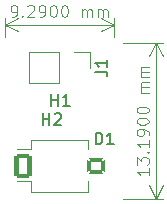
<source format=gbr>
%TF.GenerationSoftware,KiCad,Pcbnew,8.0.1*%
%TF.CreationDate,2025-01-22T20:20:58-07:00*%
%TF.ProjectId,BPW34Holder,42505733-3448-46f6-9c64-65722e6b6963,rev?*%
%TF.SameCoordinates,Original*%
%TF.FileFunction,Legend,Top*%
%TF.FilePolarity,Positive*%
%FSLAX46Y46*%
G04 Gerber Fmt 4.6, Leading zero omitted, Abs format (unit mm)*
G04 Created by KiCad (PCBNEW 8.0.1) date 2025-01-22 20:20:58*
%MOMM*%
%LPD*%
G01*
G04 APERTURE LIST*
G04 Aperture macros list*
%AMRoundRect*
0 Rectangle with rounded corners*
0 $1 Rounding radius*
0 $2 $3 $4 $5 $6 $7 $8 $9 X,Y pos of 4 corners*
0 Add a 4 corners polygon primitive as box body*
4,1,4,$2,$3,$4,$5,$6,$7,$8,$9,$2,$3,0*
0 Add four circle primitives for the rounded corners*
1,1,$1+$1,$2,$3*
1,1,$1+$1,$4,$5*
1,1,$1+$1,$6,$7*
1,1,$1+$1,$8,$9*
0 Add four rect primitives between the rounded corners*
20,1,$1+$1,$2,$3,$4,$5,0*
20,1,$1+$1,$4,$5,$6,$7,0*
20,1,$1+$1,$6,$7,$8,$9,0*
20,1,$1+$1,$8,$9,$2,$3,0*%
G04 Aperture macros list end*
%ADD10C,0.100000*%
%ADD11C,0.150000*%
%ADD12C,0.120000*%
%ADD13C,2.500000*%
%ADD14RoundRect,0.187500X0.562500X0.862500X-0.562500X0.862500X-0.562500X-0.862500X0.562500X-0.862500X0*%
%ADD15RoundRect,0.162500X0.587500X0.487500X-0.587500X0.487500X-0.587500X-0.487500X0.587500X-0.487500X0*%
%ADD16RoundRect,0.175000X0.525000X0.825000X-0.525000X0.825000X-0.525000X-0.825000X0.525000X-0.825000X0*%
%ADD17RoundRect,0.150000X0.550000X0.450000X-0.550000X0.450000X-0.550000X-0.450000X0.550000X-0.450000X0*%
%ADD18R,1.700000X1.700000*%
%ADD19O,1.700000X1.700000*%
G04 APERTURE END LIST*
D10*
X135147381Y-51427419D02*
X135337857Y-51427419D01*
X135337857Y-51427419D02*
X135433095Y-51379800D01*
X135433095Y-51379800D02*
X135480714Y-51332180D01*
X135480714Y-51332180D02*
X135575952Y-51189323D01*
X135575952Y-51189323D02*
X135623571Y-50998847D01*
X135623571Y-50998847D02*
X135623571Y-50617895D01*
X135623571Y-50617895D02*
X135575952Y-50522657D01*
X135575952Y-50522657D02*
X135528333Y-50475038D01*
X135528333Y-50475038D02*
X135433095Y-50427419D01*
X135433095Y-50427419D02*
X135242619Y-50427419D01*
X135242619Y-50427419D02*
X135147381Y-50475038D01*
X135147381Y-50475038D02*
X135099762Y-50522657D01*
X135099762Y-50522657D02*
X135052143Y-50617895D01*
X135052143Y-50617895D02*
X135052143Y-50855990D01*
X135052143Y-50855990D02*
X135099762Y-50951228D01*
X135099762Y-50951228D02*
X135147381Y-50998847D01*
X135147381Y-50998847D02*
X135242619Y-51046466D01*
X135242619Y-51046466D02*
X135433095Y-51046466D01*
X135433095Y-51046466D02*
X135528333Y-50998847D01*
X135528333Y-50998847D02*
X135575952Y-50951228D01*
X135575952Y-50951228D02*
X135623571Y-50855990D01*
X136052143Y-51332180D02*
X136099762Y-51379800D01*
X136099762Y-51379800D02*
X136052143Y-51427419D01*
X136052143Y-51427419D02*
X136004524Y-51379800D01*
X136004524Y-51379800D02*
X136052143Y-51332180D01*
X136052143Y-51332180D02*
X136052143Y-51427419D01*
X136480714Y-50522657D02*
X136528333Y-50475038D01*
X136528333Y-50475038D02*
X136623571Y-50427419D01*
X136623571Y-50427419D02*
X136861666Y-50427419D01*
X136861666Y-50427419D02*
X136956904Y-50475038D01*
X136956904Y-50475038D02*
X137004523Y-50522657D01*
X137004523Y-50522657D02*
X137052142Y-50617895D01*
X137052142Y-50617895D02*
X137052142Y-50713133D01*
X137052142Y-50713133D02*
X137004523Y-50855990D01*
X137004523Y-50855990D02*
X136433095Y-51427419D01*
X136433095Y-51427419D02*
X137052142Y-51427419D01*
X137528333Y-51427419D02*
X137718809Y-51427419D01*
X137718809Y-51427419D02*
X137814047Y-51379800D01*
X137814047Y-51379800D02*
X137861666Y-51332180D01*
X137861666Y-51332180D02*
X137956904Y-51189323D01*
X137956904Y-51189323D02*
X138004523Y-50998847D01*
X138004523Y-50998847D02*
X138004523Y-50617895D01*
X138004523Y-50617895D02*
X137956904Y-50522657D01*
X137956904Y-50522657D02*
X137909285Y-50475038D01*
X137909285Y-50475038D02*
X137814047Y-50427419D01*
X137814047Y-50427419D02*
X137623571Y-50427419D01*
X137623571Y-50427419D02*
X137528333Y-50475038D01*
X137528333Y-50475038D02*
X137480714Y-50522657D01*
X137480714Y-50522657D02*
X137433095Y-50617895D01*
X137433095Y-50617895D02*
X137433095Y-50855990D01*
X137433095Y-50855990D02*
X137480714Y-50951228D01*
X137480714Y-50951228D02*
X137528333Y-50998847D01*
X137528333Y-50998847D02*
X137623571Y-51046466D01*
X137623571Y-51046466D02*
X137814047Y-51046466D01*
X137814047Y-51046466D02*
X137909285Y-50998847D01*
X137909285Y-50998847D02*
X137956904Y-50951228D01*
X137956904Y-50951228D02*
X138004523Y-50855990D01*
X138623571Y-50427419D02*
X138718809Y-50427419D01*
X138718809Y-50427419D02*
X138814047Y-50475038D01*
X138814047Y-50475038D02*
X138861666Y-50522657D01*
X138861666Y-50522657D02*
X138909285Y-50617895D01*
X138909285Y-50617895D02*
X138956904Y-50808371D01*
X138956904Y-50808371D02*
X138956904Y-51046466D01*
X138956904Y-51046466D02*
X138909285Y-51236942D01*
X138909285Y-51236942D02*
X138861666Y-51332180D01*
X138861666Y-51332180D02*
X138814047Y-51379800D01*
X138814047Y-51379800D02*
X138718809Y-51427419D01*
X138718809Y-51427419D02*
X138623571Y-51427419D01*
X138623571Y-51427419D02*
X138528333Y-51379800D01*
X138528333Y-51379800D02*
X138480714Y-51332180D01*
X138480714Y-51332180D02*
X138433095Y-51236942D01*
X138433095Y-51236942D02*
X138385476Y-51046466D01*
X138385476Y-51046466D02*
X138385476Y-50808371D01*
X138385476Y-50808371D02*
X138433095Y-50617895D01*
X138433095Y-50617895D02*
X138480714Y-50522657D01*
X138480714Y-50522657D02*
X138528333Y-50475038D01*
X138528333Y-50475038D02*
X138623571Y-50427419D01*
X139575952Y-50427419D02*
X139671190Y-50427419D01*
X139671190Y-50427419D02*
X139766428Y-50475038D01*
X139766428Y-50475038D02*
X139814047Y-50522657D01*
X139814047Y-50522657D02*
X139861666Y-50617895D01*
X139861666Y-50617895D02*
X139909285Y-50808371D01*
X139909285Y-50808371D02*
X139909285Y-51046466D01*
X139909285Y-51046466D02*
X139861666Y-51236942D01*
X139861666Y-51236942D02*
X139814047Y-51332180D01*
X139814047Y-51332180D02*
X139766428Y-51379800D01*
X139766428Y-51379800D02*
X139671190Y-51427419D01*
X139671190Y-51427419D02*
X139575952Y-51427419D01*
X139575952Y-51427419D02*
X139480714Y-51379800D01*
X139480714Y-51379800D02*
X139433095Y-51332180D01*
X139433095Y-51332180D02*
X139385476Y-51236942D01*
X139385476Y-51236942D02*
X139337857Y-51046466D01*
X139337857Y-51046466D02*
X139337857Y-50808371D01*
X139337857Y-50808371D02*
X139385476Y-50617895D01*
X139385476Y-50617895D02*
X139433095Y-50522657D01*
X139433095Y-50522657D02*
X139480714Y-50475038D01*
X139480714Y-50475038D02*
X139575952Y-50427419D01*
X141099762Y-51427419D02*
X141099762Y-50760752D01*
X141099762Y-50855990D02*
X141147381Y-50808371D01*
X141147381Y-50808371D02*
X141242619Y-50760752D01*
X141242619Y-50760752D02*
X141385476Y-50760752D01*
X141385476Y-50760752D02*
X141480714Y-50808371D01*
X141480714Y-50808371D02*
X141528333Y-50903609D01*
X141528333Y-50903609D02*
X141528333Y-51427419D01*
X141528333Y-50903609D02*
X141575952Y-50808371D01*
X141575952Y-50808371D02*
X141671190Y-50760752D01*
X141671190Y-50760752D02*
X141814047Y-50760752D01*
X141814047Y-50760752D02*
X141909286Y-50808371D01*
X141909286Y-50808371D02*
X141956905Y-50903609D01*
X141956905Y-50903609D02*
X141956905Y-51427419D01*
X142433095Y-51427419D02*
X142433095Y-50760752D01*
X142433095Y-50855990D02*
X142480714Y-50808371D01*
X142480714Y-50808371D02*
X142575952Y-50760752D01*
X142575952Y-50760752D02*
X142718809Y-50760752D01*
X142718809Y-50760752D02*
X142814047Y-50808371D01*
X142814047Y-50808371D02*
X142861666Y-50903609D01*
X142861666Y-50903609D02*
X142861666Y-51427419D01*
X142861666Y-50903609D02*
X142909285Y-50808371D01*
X142909285Y-50808371D02*
X143004523Y-50760752D01*
X143004523Y-50760752D02*
X143147380Y-50760752D01*
X143147380Y-50760752D02*
X143242619Y-50808371D01*
X143242619Y-50808371D02*
X143290238Y-50903609D01*
X143290238Y-50903609D02*
X143290238Y-51427419D01*
X134550000Y-53110000D02*
X134550000Y-51483580D01*
X143840000Y-53110000D02*
X143840000Y-51483580D01*
X134550000Y-52070000D02*
X143840000Y-52070000D01*
X134550000Y-52070000D02*
X143840000Y-52070000D01*
X134550000Y-52070000D02*
X135676504Y-51483579D01*
X134550000Y-52070000D02*
X135676504Y-52656421D01*
X143840000Y-52070000D02*
X142713496Y-52656421D01*
X143840000Y-52070000D02*
X142713496Y-51483579D01*
X146737419Y-64252618D02*
X146737419Y-64824046D01*
X146737419Y-64538332D02*
X145737419Y-64538332D01*
X145737419Y-64538332D02*
X145880276Y-64633570D01*
X145880276Y-64633570D02*
X145975514Y-64728808D01*
X145975514Y-64728808D02*
X146023133Y-64824046D01*
X145737419Y-63919284D02*
X145737419Y-63300237D01*
X145737419Y-63300237D02*
X146118371Y-63633570D01*
X146118371Y-63633570D02*
X146118371Y-63490713D01*
X146118371Y-63490713D02*
X146165990Y-63395475D01*
X146165990Y-63395475D02*
X146213609Y-63347856D01*
X146213609Y-63347856D02*
X146308847Y-63300237D01*
X146308847Y-63300237D02*
X146546942Y-63300237D01*
X146546942Y-63300237D02*
X146642180Y-63347856D01*
X146642180Y-63347856D02*
X146689800Y-63395475D01*
X146689800Y-63395475D02*
X146737419Y-63490713D01*
X146737419Y-63490713D02*
X146737419Y-63776427D01*
X146737419Y-63776427D02*
X146689800Y-63871665D01*
X146689800Y-63871665D02*
X146642180Y-63919284D01*
X146642180Y-62871665D02*
X146689800Y-62824046D01*
X146689800Y-62824046D02*
X146737419Y-62871665D01*
X146737419Y-62871665D02*
X146689800Y-62919284D01*
X146689800Y-62919284D02*
X146642180Y-62871665D01*
X146642180Y-62871665D02*
X146737419Y-62871665D01*
X146737419Y-61871666D02*
X146737419Y-62443094D01*
X146737419Y-62157380D02*
X145737419Y-62157380D01*
X145737419Y-62157380D02*
X145880276Y-62252618D01*
X145880276Y-62252618D02*
X145975514Y-62347856D01*
X145975514Y-62347856D02*
X146023133Y-62443094D01*
X146737419Y-61395475D02*
X146737419Y-61204999D01*
X146737419Y-61204999D02*
X146689800Y-61109761D01*
X146689800Y-61109761D02*
X146642180Y-61062142D01*
X146642180Y-61062142D02*
X146499323Y-60966904D01*
X146499323Y-60966904D02*
X146308847Y-60919285D01*
X146308847Y-60919285D02*
X145927895Y-60919285D01*
X145927895Y-60919285D02*
X145832657Y-60966904D01*
X145832657Y-60966904D02*
X145785038Y-61014523D01*
X145785038Y-61014523D02*
X145737419Y-61109761D01*
X145737419Y-61109761D02*
X145737419Y-61300237D01*
X145737419Y-61300237D02*
X145785038Y-61395475D01*
X145785038Y-61395475D02*
X145832657Y-61443094D01*
X145832657Y-61443094D02*
X145927895Y-61490713D01*
X145927895Y-61490713D02*
X146165990Y-61490713D01*
X146165990Y-61490713D02*
X146261228Y-61443094D01*
X146261228Y-61443094D02*
X146308847Y-61395475D01*
X146308847Y-61395475D02*
X146356466Y-61300237D01*
X146356466Y-61300237D02*
X146356466Y-61109761D01*
X146356466Y-61109761D02*
X146308847Y-61014523D01*
X146308847Y-61014523D02*
X146261228Y-60966904D01*
X146261228Y-60966904D02*
X146165990Y-60919285D01*
X145737419Y-60300237D02*
X145737419Y-60204999D01*
X145737419Y-60204999D02*
X145785038Y-60109761D01*
X145785038Y-60109761D02*
X145832657Y-60062142D01*
X145832657Y-60062142D02*
X145927895Y-60014523D01*
X145927895Y-60014523D02*
X146118371Y-59966904D01*
X146118371Y-59966904D02*
X146356466Y-59966904D01*
X146356466Y-59966904D02*
X146546942Y-60014523D01*
X146546942Y-60014523D02*
X146642180Y-60062142D01*
X146642180Y-60062142D02*
X146689800Y-60109761D01*
X146689800Y-60109761D02*
X146737419Y-60204999D01*
X146737419Y-60204999D02*
X146737419Y-60300237D01*
X146737419Y-60300237D02*
X146689800Y-60395475D01*
X146689800Y-60395475D02*
X146642180Y-60443094D01*
X146642180Y-60443094D02*
X146546942Y-60490713D01*
X146546942Y-60490713D02*
X146356466Y-60538332D01*
X146356466Y-60538332D02*
X146118371Y-60538332D01*
X146118371Y-60538332D02*
X145927895Y-60490713D01*
X145927895Y-60490713D02*
X145832657Y-60443094D01*
X145832657Y-60443094D02*
X145785038Y-60395475D01*
X145785038Y-60395475D02*
X145737419Y-60300237D01*
X145737419Y-59347856D02*
X145737419Y-59252618D01*
X145737419Y-59252618D02*
X145785038Y-59157380D01*
X145785038Y-59157380D02*
X145832657Y-59109761D01*
X145832657Y-59109761D02*
X145927895Y-59062142D01*
X145927895Y-59062142D02*
X146118371Y-59014523D01*
X146118371Y-59014523D02*
X146356466Y-59014523D01*
X146356466Y-59014523D02*
X146546942Y-59062142D01*
X146546942Y-59062142D02*
X146642180Y-59109761D01*
X146642180Y-59109761D02*
X146689800Y-59157380D01*
X146689800Y-59157380D02*
X146737419Y-59252618D01*
X146737419Y-59252618D02*
X146737419Y-59347856D01*
X146737419Y-59347856D02*
X146689800Y-59443094D01*
X146689800Y-59443094D02*
X146642180Y-59490713D01*
X146642180Y-59490713D02*
X146546942Y-59538332D01*
X146546942Y-59538332D02*
X146356466Y-59585951D01*
X146356466Y-59585951D02*
X146118371Y-59585951D01*
X146118371Y-59585951D02*
X145927895Y-59538332D01*
X145927895Y-59538332D02*
X145832657Y-59490713D01*
X145832657Y-59490713D02*
X145785038Y-59443094D01*
X145785038Y-59443094D02*
X145737419Y-59347856D01*
X146737419Y-57824046D02*
X146070752Y-57824046D01*
X146165990Y-57824046D02*
X146118371Y-57776427D01*
X146118371Y-57776427D02*
X146070752Y-57681189D01*
X146070752Y-57681189D02*
X146070752Y-57538332D01*
X146070752Y-57538332D02*
X146118371Y-57443094D01*
X146118371Y-57443094D02*
X146213609Y-57395475D01*
X146213609Y-57395475D02*
X146737419Y-57395475D01*
X146213609Y-57395475D02*
X146118371Y-57347856D01*
X146118371Y-57347856D02*
X146070752Y-57252618D01*
X146070752Y-57252618D02*
X146070752Y-57109761D01*
X146070752Y-57109761D02*
X146118371Y-57014522D01*
X146118371Y-57014522D02*
X146213609Y-56966903D01*
X146213609Y-56966903D02*
X146737419Y-56966903D01*
X146737419Y-56490713D02*
X146070752Y-56490713D01*
X146165990Y-56490713D02*
X146118371Y-56443094D01*
X146118371Y-56443094D02*
X146070752Y-56347856D01*
X146070752Y-56347856D02*
X146070752Y-56204999D01*
X146070752Y-56204999D02*
X146118371Y-56109761D01*
X146118371Y-56109761D02*
X146213609Y-56062142D01*
X146213609Y-56062142D02*
X146737419Y-56062142D01*
X146213609Y-56062142D02*
X146118371Y-56014523D01*
X146118371Y-56014523D02*
X146070752Y-55919285D01*
X146070752Y-55919285D02*
X146070752Y-55776428D01*
X146070752Y-55776428D02*
X146118371Y-55681189D01*
X146118371Y-55681189D02*
X146213609Y-55633570D01*
X146213609Y-55633570D02*
X146737419Y-55633570D01*
X144560000Y-53610000D02*
X147966420Y-53610000D01*
X144560000Y-66800000D02*
X147966420Y-66800000D01*
X147380000Y-53610000D02*
X147380000Y-66800000D01*
X147380000Y-53610000D02*
X147380000Y-66800000D01*
X147380000Y-53610000D02*
X147966421Y-54736504D01*
X147380000Y-53610000D02*
X146793579Y-54736504D01*
X147380000Y-66800000D02*
X146793579Y-65673496D01*
X147380000Y-66800000D02*
X147966421Y-65673496D01*
D11*
X138478095Y-58954819D02*
X138478095Y-57954819D01*
X138478095Y-58431009D02*
X139049523Y-58431009D01*
X139049523Y-58954819D02*
X139049523Y-57954819D01*
X140049523Y-58954819D02*
X139478095Y-58954819D01*
X139763809Y-58954819D02*
X139763809Y-57954819D01*
X139763809Y-57954819D02*
X139668571Y-58097676D01*
X139668571Y-58097676D02*
X139573333Y-58192914D01*
X139573333Y-58192914D02*
X139478095Y-58240533D01*
X142261905Y-62214819D02*
X142261905Y-61214819D01*
X142261905Y-61214819D02*
X142500000Y-61214819D01*
X142500000Y-61214819D02*
X142642857Y-61262438D01*
X142642857Y-61262438D02*
X142738095Y-61357676D01*
X142738095Y-61357676D02*
X142785714Y-61452914D01*
X142785714Y-61452914D02*
X142833333Y-61643390D01*
X142833333Y-61643390D02*
X142833333Y-61786247D01*
X142833333Y-61786247D02*
X142785714Y-61976723D01*
X142785714Y-61976723D02*
X142738095Y-62071961D01*
X142738095Y-62071961D02*
X142642857Y-62167200D01*
X142642857Y-62167200D02*
X142500000Y-62214819D01*
X142500000Y-62214819D02*
X142261905Y-62214819D01*
X143785714Y-62214819D02*
X143214286Y-62214819D01*
X143500000Y-62214819D02*
X143500000Y-61214819D01*
X143500000Y-61214819D02*
X143404762Y-61357676D01*
X143404762Y-61357676D02*
X143309524Y-61452914D01*
X143309524Y-61452914D02*
X143214286Y-61500533D01*
X137778095Y-60564819D02*
X137778095Y-59564819D01*
X137778095Y-60041009D02*
X138349523Y-60041009D01*
X138349523Y-60564819D02*
X138349523Y-59564819D01*
X138778095Y-59660057D02*
X138825714Y-59612438D01*
X138825714Y-59612438D02*
X138920952Y-59564819D01*
X138920952Y-59564819D02*
X139159047Y-59564819D01*
X139159047Y-59564819D02*
X139254285Y-59612438D01*
X139254285Y-59612438D02*
X139301904Y-59660057D01*
X139301904Y-59660057D02*
X139349523Y-59755295D01*
X139349523Y-59755295D02*
X139349523Y-59850533D01*
X139349523Y-59850533D02*
X139301904Y-59993390D01*
X139301904Y-59993390D02*
X138730476Y-60564819D01*
X138730476Y-60564819D02*
X139349523Y-60564819D01*
X142239819Y-56063333D02*
X142954104Y-56063333D01*
X142954104Y-56063333D02*
X143096961Y-56110952D01*
X143096961Y-56110952D02*
X143192200Y-56206190D01*
X143192200Y-56206190D02*
X143239819Y-56349047D01*
X143239819Y-56349047D02*
X143239819Y-56444285D01*
X143239819Y-55063333D02*
X143239819Y-55634761D01*
X143239819Y-55349047D02*
X142239819Y-55349047D01*
X142239819Y-55349047D02*
X142382676Y-55444285D01*
X142382676Y-55444285D02*
X142477914Y-55539523D01*
X142477914Y-55539523D02*
X142525533Y-55634761D01*
D12*
%TO.C,D1*%
X135610000Y-65330000D02*
X136800000Y-65330000D01*
X136790000Y-62620000D02*
X135610000Y-62620000D01*
X136800000Y-61820000D02*
X136800000Y-62620000D01*
X136800000Y-65330000D02*
X136800000Y-66220000D01*
X136800000Y-66220000D02*
X141600000Y-66220000D01*
X141600000Y-61820000D02*
X136800000Y-61820000D01*
X141600000Y-62620000D02*
X141600000Y-61820000D01*
X141600000Y-66220000D02*
X141600000Y-65330000D01*
%TO.C,J1*%
X136585000Y-54400000D02*
X136585000Y-57060000D01*
X139185000Y-54400000D02*
X136585000Y-54400000D01*
X139185000Y-54400000D02*
X139185000Y-57060000D01*
X139185000Y-57060000D02*
X136585000Y-57060000D01*
X140455000Y-54400000D02*
X141785000Y-54400000D01*
X141785000Y-54400000D02*
X141785000Y-55730000D01*
%TD*%
%LPC*%
D13*
%TO.C,H1*%
X142190000Y-59600000D03*
%TD*%
D14*
%TO.C,D1*%
X136150000Y-64020000D03*
D15*
X142250000Y-64020000D03*
D16*
X136150000Y-64020000D03*
D17*
X142250000Y-64020000D03*
%TD*%
D13*
%TO.C,H2*%
X136180000Y-59600000D03*
%TD*%
D18*
%TO.C,J1*%
X140455000Y-55730000D03*
D19*
X137915000Y-55730000D03*
%TD*%
%LPD*%
M02*

</source>
